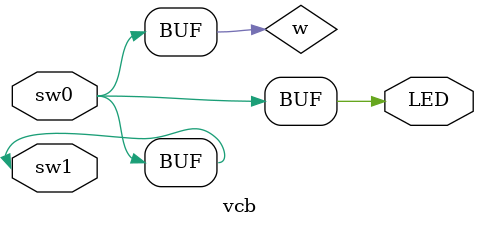
<source format=v>
`timescale 1ns / 1ps

module vcb(
   input  sw0,
   input  sw1,
   output tri LED
   );
   tri w;
   bufif1 b1(w, sw0, 1);
   bufif1 b2(w, sw1, 1);
   assign LED=w;
endmodule
</source>
